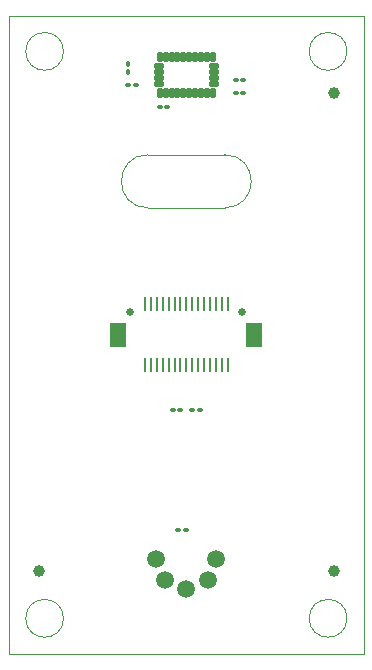
<source format=gbr>
%TF.GenerationSoftware,KiCad,Pcbnew,8.0.4*%
%TF.CreationDate,2024-11-15T13:14:51-06:00*%
%TF.ProjectId,BM_DepthIMU_v2,424d5f44-6570-4746-9849-4d555f76322e,rev?*%
%TF.SameCoordinates,Original*%
%TF.FileFunction,Soldermask,Top*%
%TF.FilePolarity,Negative*%
%FSLAX46Y46*%
G04 Gerber Fmt 4.6, Leading zero omitted, Abs format (unit mm)*
G04 Created by KiCad (PCBNEW 8.0.4) date 2024-11-15 13:14:51*
%MOMM*%
%LPD*%
G01*
G04 APERTURE LIST*
G04 Aperture macros list*
%AMRoundRect*
0 Rectangle with rounded corners*
0 $1 Rounding radius*
0 $2 $3 $4 $5 $6 $7 $8 $9 X,Y pos of 4 corners*
0 Add a 4 corners polygon primitive as box body*
4,1,4,$2,$3,$4,$5,$6,$7,$8,$9,$2,$3,0*
0 Add four circle primitives for the rounded corners*
1,1,$1+$1,$2,$3*
1,1,$1+$1,$4,$5*
1,1,$1+$1,$6,$7*
1,1,$1+$1,$8,$9*
0 Add four rect primitives between the rounded corners*
20,1,$1+$1,$2,$3,$4,$5,0*
20,1,$1+$1,$4,$5,$6,$7,0*
20,1,$1+$1,$6,$7,$8,$9,0*
20,1,$1+$1,$8,$9,$2,$3,0*%
G04 Aperture macros list end*
%ADD10RoundRect,0.100000X0.130000X0.100000X-0.130000X0.100000X-0.130000X-0.100000X0.130000X-0.100000X0*%
%ADD11C,1.000000*%
%ADD12RoundRect,0.100000X-0.130000X-0.100000X0.130000X-0.100000X0.130000X0.100000X-0.130000X0.100000X0*%
%ADD13RoundRect,0.100000X0.100000X-0.130000X0.100000X0.130000X-0.100000X0.130000X-0.100000X-0.130000X0*%
%ADD14RoundRect,0.102000X-0.125000X-0.337500X0.125000X-0.337500X0.125000X0.337500X-0.125000X0.337500X0*%
%ADD15RoundRect,0.102000X-0.287500X-0.125000X0.287500X-0.125000X0.287500X0.125000X-0.287500X0.125000X0*%
%ADD16C,0.650000*%
%ADD17R,0.250000X1.150000*%
%ADD18R,1.400000X2.100000*%
%ADD19C,1.500000*%
%TA.AperFunction,Profile*%
%ADD20C,0.050000*%
%TD*%
G04 APERTURE END LIST*
D10*
%TO.C,C3*%
X150065000Y-112000000D03*
X149425000Y-112000000D03*
%TD*%
D11*
%TO.C,FD3*%
X162590000Y-75000000D03*
%TD*%
D10*
%TO.C,R4*%
X154910000Y-73937500D03*
X154270000Y-73937500D03*
%TD*%
D12*
%TO.C,R3*%
X148950000Y-101850000D03*
X149590000Y-101850000D03*
%TD*%
%TO.C,R1*%
X145165073Y-74324490D03*
X145805073Y-74324490D03*
%TD*%
D13*
%TO.C,C2*%
X145166532Y-73248579D03*
X145166532Y-72608579D03*
%TD*%
D10*
%TO.C,C1*%
X148465000Y-76250000D03*
X147825000Y-76250000D03*
%TD*%
D14*
%TO.C,U1*%
X147840000Y-71937500D03*
D15*
X147777500Y-72750000D03*
X147777500Y-73250000D03*
X147777500Y-73750000D03*
X147777500Y-74250000D03*
D14*
X147840000Y-75062500D03*
X148340000Y-75062500D03*
X148840000Y-75062500D03*
X149340000Y-75062500D03*
X149840000Y-75062500D03*
X150340000Y-75062500D03*
X150840000Y-75062500D03*
X151340000Y-75062500D03*
X151840000Y-75062500D03*
X152340000Y-75062500D03*
D15*
X152402500Y-74250000D03*
X152402500Y-73750000D03*
X152402500Y-73250000D03*
X152402500Y-72750000D03*
D14*
X152340000Y-71937500D03*
X151840000Y-71937500D03*
X151340000Y-71937500D03*
X150840000Y-71937500D03*
X150340000Y-71937500D03*
X149840000Y-71937500D03*
X149340000Y-71937500D03*
X148840000Y-71937500D03*
X148340000Y-71937500D03*
%TD*%
D16*
%TO.C,J1*%
X154840000Y-93600000D03*
X145340000Y-93600000D03*
D17*
X153590000Y-92925000D03*
X153590000Y-98075000D03*
X153090000Y-92925000D03*
X153090000Y-98075000D03*
X152590000Y-92925000D03*
X152590000Y-98075000D03*
X152090000Y-92925000D03*
X152090000Y-98075000D03*
X151590000Y-92925000D03*
X151590000Y-98075000D03*
X151090000Y-92925000D03*
X151090000Y-98075000D03*
X150590000Y-92925000D03*
X150590000Y-98075000D03*
X150090000Y-92925000D03*
X150090000Y-98075000D03*
X149590000Y-92925000D03*
X149590000Y-98075000D03*
X149090000Y-92925000D03*
X149090000Y-98075000D03*
X148590000Y-92925000D03*
X148590000Y-98075000D03*
X148090000Y-92925000D03*
X148090000Y-98075000D03*
X147590000Y-92925000D03*
X147590000Y-98075000D03*
X147090000Y-92925000D03*
X147090000Y-98075000D03*
X146590000Y-92925000D03*
X146590000Y-98075000D03*
D18*
X155840000Y-95500000D03*
X144340000Y-95500000D03*
%TD*%
D11*
%TO.C,FD1*%
X137590000Y-115500000D03*
%TD*%
D10*
%TO.C,R2*%
X151210000Y-101850000D03*
X150570000Y-101850000D03*
%TD*%
D11*
%TO.C,FD2*%
X162590000Y-115500000D03*
%TD*%
D12*
%TO.C,R5*%
X154270000Y-75000000D03*
X154910000Y-75000000D03*
%TD*%
D19*
%TO.C,U2*%
X152630000Y-114500000D03*
X151885000Y-116295000D03*
X150090000Y-117040000D03*
X148295000Y-116295000D03*
X147550000Y-114500000D03*
%TD*%
D20*
X146840000Y-84750000D02*
X153340000Y-84750000D01*
X146840000Y-80250000D02*
X153340000Y-80250000D01*
X146840000Y-84750000D02*
G75*
G02*
X146840000Y-80250000I0J2250000D01*
G01*
X153340000Y-80250000D02*
G75*
G02*
X153340000Y-84750000I0J-2250000D01*
G01*
X135090000Y-68500000D02*
X165090000Y-68500000D01*
X165090000Y-122500000D01*
X135090000Y-122500000D01*
X135090000Y-68500000D01*
X139690000Y-119500000D02*
G75*
G02*
X136490000Y-119500000I-1600000J0D01*
G01*
X136490000Y-119500000D02*
G75*
G02*
X139690000Y-119500000I1600000J0D01*
G01*
X163690000Y-71500000D02*
G75*
G02*
X160490000Y-71500000I-1600000J0D01*
G01*
X160490000Y-71500000D02*
G75*
G02*
X163690000Y-71500000I1600000J0D01*
G01*
X139690000Y-71500000D02*
G75*
G02*
X136490000Y-71500000I-1600000J0D01*
G01*
X136490000Y-71500000D02*
G75*
G02*
X139690000Y-71500000I1600000J0D01*
G01*
X163690000Y-119500000D02*
G75*
G02*
X160490000Y-119500000I-1600000J0D01*
G01*
X160490000Y-119500000D02*
G75*
G02*
X163690000Y-119500000I1600000J0D01*
G01*
M02*

</source>
